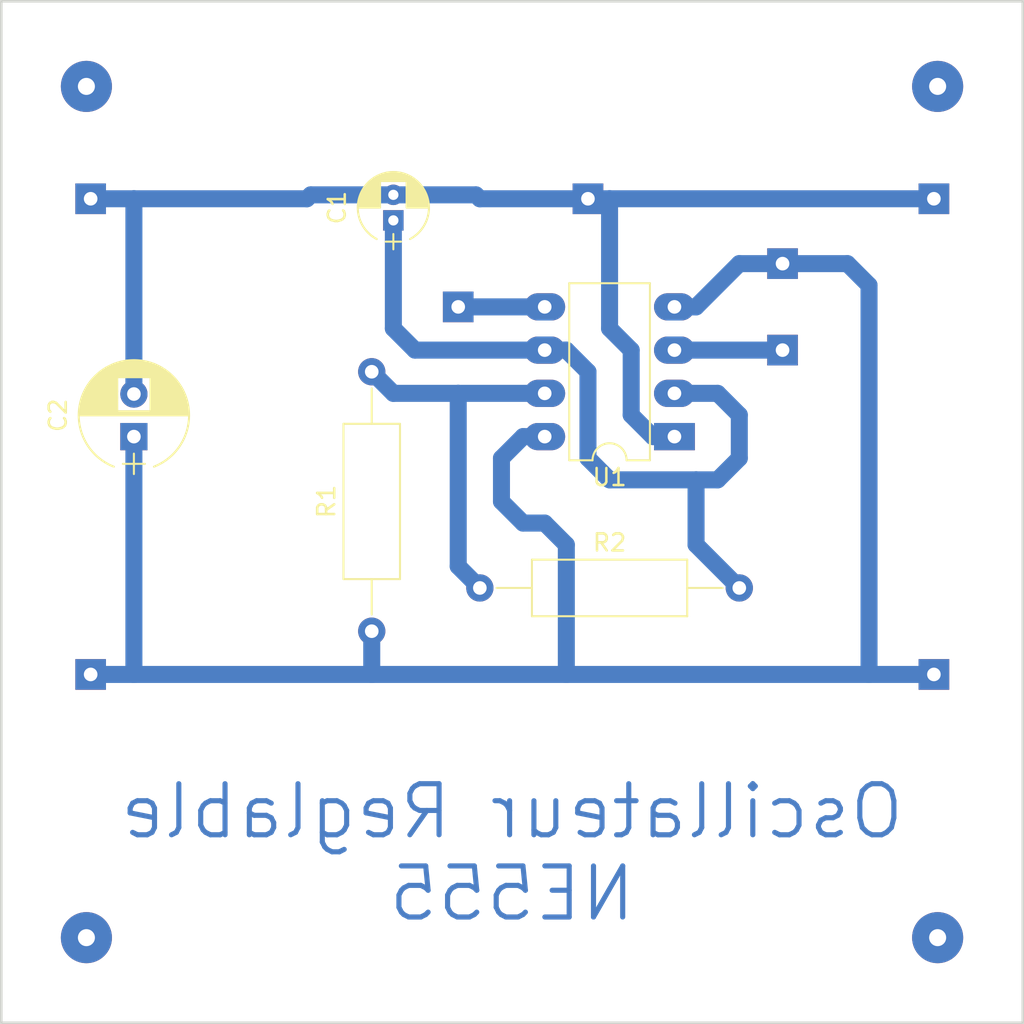
<source format=kicad_pcb>
(kicad_pcb (version 4) (host pcbnew 4.0.7)

  (general
    (links 18)
    (no_connects 0)
    (area 89.924999 89.924999 150.075001 150.075001)
    (thickness 1.6)
    (drawings 5)
    (tracks 57)
    (zones 0)
    (modules 17)
    (nets 7)
  )

  (page A4)
  (layers
    (0 F.Cu signal)
    (31 B.Cu signal)
    (32 B.Adhes user)
    (33 F.Adhes user)
    (34 B.Paste user)
    (35 F.Paste user)
    (36 B.SilkS user)
    (37 F.SilkS user)
    (38 B.Mask user)
    (39 F.Mask user)
    (40 Dwgs.User user)
    (41 Cmts.User user)
    (42 Eco1.User user)
    (43 Eco2.User user)
    (44 Edge.Cuts user)
    (45 Margin user)
    (46 B.CrtYd user)
    (47 F.CrtYd user)
    (48 B.Fab user)
    (49 F.Fab user)
  )

  (setup
    (last_trace_width 1)
    (user_trace_width 1)
    (trace_clearance 0.2)
    (zone_clearance 0.508)
    (zone_45_only no)
    (trace_min 0.2)
    (segment_width 0.2)
    (edge_width 0.15)
    (via_size 0.6)
    (via_drill 0.4)
    (via_min_size 0.4)
    (via_min_drill 0.3)
    (user_via 1.5 1)
    (uvia_size 0.3)
    (uvia_drill 0.1)
    (uvias_allowed no)
    (uvia_min_size 0.2)
    (uvia_min_drill 0.1)
    (pcb_text_width 0.3)
    (pcb_text_size 1.5 1.5)
    (mod_edge_width 0.15)
    (mod_text_size 1 1)
    (mod_text_width 0.15)
    (pad_size 1.524 1.524)
    (pad_drill 0.762)
    (pad_to_mask_clearance 0.2)
    (aux_axis_origin 0 0)
    (visible_elements FFFFFF7F)
    (pcbplotparams
      (layerselection 0x00030_80000001)
      (usegerberextensions false)
      (excludeedgelayer true)
      (linewidth 0.100000)
      (plotframeref false)
      (viasonmask false)
      (mode 1)
      (useauxorigin false)
      (hpglpennumber 1)
      (hpglpenspeed 20)
      (hpglpendiameter 15)
      (hpglpenoverlay 2)
      (psnegative false)
      (psa4output false)
      (plotreference true)
      (plotvalue true)
      (plotinvisibletext false)
      (padsonsilk false)
      (subtractmaskfromsilk false)
      (outputformat 4)
      (mirror false)
      (drillshape 0)
      (scaleselection 1)
      (outputdirectory C:/Users/PORTABLE/Documents/GitProjets/Fablab19-Alex-Eric-Chenillard-Projet/Kicad/Circuits-imprimés/Oscillateur-Variable/Gerber/))
  )

  (net 0 "")
  (net 1 "Net-(C1-Pad1)")
  (net 2 GND)
  (net 3 9V)
  (net 4 "Net-(J4-Pad1)")
  (net 5 "Net-(J7-Pad1)")
  (net 6 "Net-(R1-Pad2)")

  (net_class Default "Ceci est la Netclass par défaut"
    (clearance 0.2)
    (trace_width 0.25)
    (via_dia 0.6)
    (via_drill 0.4)
    (uvia_dia 0.3)
    (uvia_drill 0.1)
    (add_net 9V)
    (add_net GND)
    (add_net "Net-(C1-Pad1)")
    (add_net "Net-(J4-Pad1)")
    (add_net "Net-(J7-Pad1)")
    (add_net "Net-(R1-Pad2)")
  )

  (module Capacitors_THT:CP_Radial_D4.0mm_P1.50mm (layer F.Cu) (tedit 597BC7C2) (tstamp 5A80936D)
    (at 113.03 102.87 90)
    (descr "CP, Radial series, Radial, pin pitch=1.50mm, , diameter=4mm, Electrolytic Capacitor")
    (tags "CP Radial series Radial pin pitch 1.50mm  diameter 4mm Electrolytic Capacitor")
    (path /5A809756)
    (fp_text reference C1 (at 0.75 -3.31 90) (layer F.SilkS)
      (effects (font (size 1 1) (thickness 0.15)))
    )
    (fp_text value 10µF/25V (at 0.75 3.31 90) (layer F.Fab)
      (effects (font (size 1 1) (thickness 0.15)))
    )
    (fp_arc (start 0.75 0) (end -1.095996 -0.98) (angle 124.1) (layer F.SilkS) (width 0.12))
    (fp_arc (start 0.75 0) (end -1.095996 0.98) (angle -124.1) (layer F.SilkS) (width 0.12))
    (fp_arc (start 0.75 0) (end 2.595996 -0.98) (angle 55.9) (layer F.SilkS) (width 0.12))
    (fp_circle (center 0.75 0) (end 2.75 0) (layer F.Fab) (width 0.1))
    (fp_line (start -1.7 0) (end -0.8 0) (layer F.Fab) (width 0.1))
    (fp_line (start -1.25 -0.45) (end -1.25 0.45) (layer F.Fab) (width 0.1))
    (fp_line (start 0.75 0.78) (end 0.75 2.05) (layer F.SilkS) (width 0.12))
    (fp_line (start 0.75 -2.05) (end 0.75 -0.78) (layer F.SilkS) (width 0.12))
    (fp_line (start 0.79 -2.05) (end 0.79 -0.78) (layer F.SilkS) (width 0.12))
    (fp_line (start 0.79 0.78) (end 0.79 2.05) (layer F.SilkS) (width 0.12))
    (fp_line (start 0.83 -2.049) (end 0.83 -0.78) (layer F.SilkS) (width 0.12))
    (fp_line (start 0.83 0.78) (end 0.83 2.049) (layer F.SilkS) (width 0.12))
    (fp_line (start 0.87 -2.047) (end 0.87 -0.78) (layer F.SilkS) (width 0.12))
    (fp_line (start 0.87 0.78) (end 0.87 2.047) (layer F.SilkS) (width 0.12))
    (fp_line (start 0.91 -2.044) (end 0.91 -0.78) (layer F.SilkS) (width 0.12))
    (fp_line (start 0.91 0.78) (end 0.91 2.044) (layer F.SilkS) (width 0.12))
    (fp_line (start 0.95 -2.041) (end 0.95 -0.78) (layer F.SilkS) (width 0.12))
    (fp_line (start 0.95 0.78) (end 0.95 2.041) (layer F.SilkS) (width 0.12))
    (fp_line (start 0.99 -2.037) (end 0.99 -0.78) (layer F.SilkS) (width 0.12))
    (fp_line (start 0.99 0.78) (end 0.99 2.037) (layer F.SilkS) (width 0.12))
    (fp_line (start 1.03 -2.032) (end 1.03 -0.78) (layer F.SilkS) (width 0.12))
    (fp_line (start 1.03 0.78) (end 1.03 2.032) (layer F.SilkS) (width 0.12))
    (fp_line (start 1.07 -2.026) (end 1.07 -0.78) (layer F.SilkS) (width 0.12))
    (fp_line (start 1.07 0.78) (end 1.07 2.026) (layer F.SilkS) (width 0.12))
    (fp_line (start 1.11 -2.019) (end 1.11 -0.78) (layer F.SilkS) (width 0.12))
    (fp_line (start 1.11 0.78) (end 1.11 2.019) (layer F.SilkS) (width 0.12))
    (fp_line (start 1.15 -2.012) (end 1.15 -0.78) (layer F.SilkS) (width 0.12))
    (fp_line (start 1.15 0.78) (end 1.15 2.012) (layer F.SilkS) (width 0.12))
    (fp_line (start 1.19 -2.004) (end 1.19 -0.78) (layer F.SilkS) (width 0.12))
    (fp_line (start 1.19 0.78) (end 1.19 2.004) (layer F.SilkS) (width 0.12))
    (fp_line (start 1.23 -1.995) (end 1.23 -0.78) (layer F.SilkS) (width 0.12))
    (fp_line (start 1.23 0.78) (end 1.23 1.995) (layer F.SilkS) (width 0.12))
    (fp_line (start 1.27 -1.985) (end 1.27 -0.78) (layer F.SilkS) (width 0.12))
    (fp_line (start 1.27 0.78) (end 1.27 1.985) (layer F.SilkS) (width 0.12))
    (fp_line (start 1.31 -1.974) (end 1.31 -0.78) (layer F.SilkS) (width 0.12))
    (fp_line (start 1.31 0.78) (end 1.31 1.974) (layer F.SilkS) (width 0.12))
    (fp_line (start 1.35 -1.963) (end 1.35 -0.78) (layer F.SilkS) (width 0.12))
    (fp_line (start 1.35 0.78) (end 1.35 1.963) (layer F.SilkS) (width 0.12))
    (fp_line (start 1.39 -1.95) (end 1.39 -0.78) (layer F.SilkS) (width 0.12))
    (fp_line (start 1.39 0.78) (end 1.39 1.95) (layer F.SilkS) (width 0.12))
    (fp_line (start 1.43 -1.937) (end 1.43 -0.78) (layer F.SilkS) (width 0.12))
    (fp_line (start 1.43 0.78) (end 1.43 1.937) (layer F.SilkS) (width 0.12))
    (fp_line (start 1.471 -1.923) (end 1.471 -0.78) (layer F.SilkS) (width 0.12))
    (fp_line (start 1.471 0.78) (end 1.471 1.923) (layer F.SilkS) (width 0.12))
    (fp_line (start 1.511 -1.907) (end 1.511 -0.78) (layer F.SilkS) (width 0.12))
    (fp_line (start 1.511 0.78) (end 1.511 1.907) (layer F.SilkS) (width 0.12))
    (fp_line (start 1.551 -1.891) (end 1.551 -0.78) (layer F.SilkS) (width 0.12))
    (fp_line (start 1.551 0.78) (end 1.551 1.891) (layer F.SilkS) (width 0.12))
    (fp_line (start 1.591 -1.874) (end 1.591 -0.78) (layer F.SilkS) (width 0.12))
    (fp_line (start 1.591 0.78) (end 1.591 1.874) (layer F.SilkS) (width 0.12))
    (fp_line (start 1.631 -1.856) (end 1.631 -0.78) (layer F.SilkS) (width 0.12))
    (fp_line (start 1.631 0.78) (end 1.631 1.856) (layer F.SilkS) (width 0.12))
    (fp_line (start 1.671 -1.837) (end 1.671 -0.78) (layer F.SilkS) (width 0.12))
    (fp_line (start 1.671 0.78) (end 1.671 1.837) (layer F.SilkS) (width 0.12))
    (fp_line (start 1.711 -1.817) (end 1.711 -0.78) (layer F.SilkS) (width 0.12))
    (fp_line (start 1.711 0.78) (end 1.711 1.817) (layer F.SilkS) (width 0.12))
    (fp_line (start 1.751 -1.796) (end 1.751 -0.78) (layer F.SilkS) (width 0.12))
    (fp_line (start 1.751 0.78) (end 1.751 1.796) (layer F.SilkS) (width 0.12))
    (fp_line (start 1.791 -1.773) (end 1.791 -0.78) (layer F.SilkS) (width 0.12))
    (fp_line (start 1.791 0.78) (end 1.791 1.773) (layer F.SilkS) (width 0.12))
    (fp_line (start 1.831 -1.75) (end 1.831 -0.78) (layer F.SilkS) (width 0.12))
    (fp_line (start 1.831 0.78) (end 1.831 1.75) (layer F.SilkS) (width 0.12))
    (fp_line (start 1.871 -1.725) (end 1.871 -0.78) (layer F.SilkS) (width 0.12))
    (fp_line (start 1.871 0.78) (end 1.871 1.725) (layer F.SilkS) (width 0.12))
    (fp_line (start 1.911 -1.699) (end 1.911 -0.78) (layer F.SilkS) (width 0.12))
    (fp_line (start 1.911 0.78) (end 1.911 1.699) (layer F.SilkS) (width 0.12))
    (fp_line (start 1.951 -1.672) (end 1.951 -0.78) (layer F.SilkS) (width 0.12))
    (fp_line (start 1.951 0.78) (end 1.951 1.672) (layer F.SilkS) (width 0.12))
    (fp_line (start 1.991 -1.643) (end 1.991 -0.78) (layer F.SilkS) (width 0.12))
    (fp_line (start 1.991 0.78) (end 1.991 1.643) (layer F.SilkS) (width 0.12))
    (fp_line (start 2.031 -1.613) (end 2.031 -0.78) (layer F.SilkS) (width 0.12))
    (fp_line (start 2.031 0.78) (end 2.031 1.613) (layer F.SilkS) (width 0.12))
    (fp_line (start 2.071 -1.581) (end 2.071 -0.78) (layer F.SilkS) (width 0.12))
    (fp_line (start 2.071 0.78) (end 2.071 1.581) (layer F.SilkS) (width 0.12))
    (fp_line (start 2.111 -1.547) (end 2.111 -0.78) (layer F.SilkS) (width 0.12))
    (fp_line (start 2.111 0.78) (end 2.111 1.547) (layer F.SilkS) (width 0.12))
    (fp_line (start 2.151 -1.512) (end 2.151 -0.78) (layer F.SilkS) (width 0.12))
    (fp_line (start 2.151 0.78) (end 2.151 1.512) (layer F.SilkS) (width 0.12))
    (fp_line (start 2.191 -1.475) (end 2.191 -0.78) (layer F.SilkS) (width 0.12))
    (fp_line (start 2.191 0.78) (end 2.191 1.475) (layer F.SilkS) (width 0.12))
    (fp_line (start 2.231 -1.436) (end 2.231 -0.78) (layer F.SilkS) (width 0.12))
    (fp_line (start 2.231 0.78) (end 2.231 1.436) (layer F.SilkS) (width 0.12))
    (fp_line (start 2.271 -1.395) (end 2.271 -0.78) (layer F.SilkS) (width 0.12))
    (fp_line (start 2.271 0.78) (end 2.271 1.395) (layer F.SilkS) (width 0.12))
    (fp_line (start 2.311 -1.351) (end 2.311 1.351) (layer F.SilkS) (width 0.12))
    (fp_line (start 2.351 -1.305) (end 2.351 1.305) (layer F.SilkS) (width 0.12))
    (fp_line (start 2.391 -1.256) (end 2.391 1.256) (layer F.SilkS) (width 0.12))
    (fp_line (start 2.431 -1.204) (end 2.431 1.204) (layer F.SilkS) (width 0.12))
    (fp_line (start 2.471 -1.148) (end 2.471 1.148) (layer F.SilkS) (width 0.12))
    (fp_line (start 2.511 -1.088) (end 2.511 1.088) (layer F.SilkS) (width 0.12))
    (fp_line (start 2.551 -1.023) (end 2.551 1.023) (layer F.SilkS) (width 0.12))
    (fp_line (start 2.591 -0.952) (end 2.591 0.952) (layer F.SilkS) (width 0.12))
    (fp_line (start 2.631 -0.874) (end 2.631 0.874) (layer F.SilkS) (width 0.12))
    (fp_line (start 2.671 -0.786) (end 2.671 0.786) (layer F.SilkS) (width 0.12))
    (fp_line (start 2.711 -0.686) (end 2.711 0.686) (layer F.SilkS) (width 0.12))
    (fp_line (start 2.751 -0.567) (end 2.751 0.567) (layer F.SilkS) (width 0.12))
    (fp_line (start 2.791 -0.415) (end 2.791 0.415) (layer F.SilkS) (width 0.12))
    (fp_line (start 2.831 -0.165) (end 2.831 0.165) (layer F.SilkS) (width 0.12))
    (fp_line (start -1.7 0) (end -0.8 0) (layer F.SilkS) (width 0.12))
    (fp_line (start -1.25 -0.45) (end -1.25 0.45) (layer F.SilkS) (width 0.12))
    (fp_line (start -1.6 -2.35) (end -1.6 2.35) (layer F.CrtYd) (width 0.05))
    (fp_line (start -1.6 2.35) (end 3.1 2.35) (layer F.CrtYd) (width 0.05))
    (fp_line (start 3.1 2.35) (end 3.1 -2.35) (layer F.CrtYd) (width 0.05))
    (fp_line (start 3.1 -2.35) (end -1.6 -2.35) (layer F.CrtYd) (width 0.05))
    (fp_text user %R (at 0.75 0 90) (layer F.Fab)
      (effects (font (size 1 1) (thickness 0.15)))
    )
    (pad 1 thru_hole rect (at 0 0 90) (size 1.2 1.2) (drill 0.6) (layers *.Cu *.Mask)
      (net 1 "Net-(C1-Pad1)"))
    (pad 2 thru_hole circle (at 1.5 0 90) (size 1.2 1.2) (drill 0.6) (layers *.Cu *.Mask)
      (net 2 GND))
    (model ${KISYS3DMOD}/Capacitors_THT.3dshapes/CP_Radial_D4.0mm_P1.50mm.wrl
      (at (xyz 0 0 0))
      (scale (xyz 1 1 1))
      (rotate (xyz 0 0 0))
    )
  )

  (module Capacitors_THT:CP_Radial_D6.3mm_P2.50mm (layer F.Cu) (tedit 597BC7C2) (tstamp 5A809373)
    (at 97.79 115.57 90)
    (descr "CP, Radial series, Radial, pin pitch=2.50mm, , diameter=6.3mm, Electrolytic Capacitor")
    (tags "CP Radial series Radial pin pitch 2.50mm  diameter 6.3mm Electrolytic Capacitor")
    (path /5A809051)
    (fp_text reference C2 (at 1.25 -4.46 90) (layer F.SilkS)
      (effects (font (size 1 1) (thickness 0.15)))
    )
    (fp_text value 100µF/25V (at 1.25 4.46 90) (layer F.Fab)
      (effects (font (size 1 1) (thickness 0.15)))
    )
    (fp_arc (start 1.25 0) (end -1.767482 -1.18) (angle 137.3) (layer F.SilkS) (width 0.12))
    (fp_arc (start 1.25 0) (end -1.767482 1.18) (angle -137.3) (layer F.SilkS) (width 0.12))
    (fp_arc (start 1.25 0) (end 4.267482 -1.18) (angle 42.7) (layer F.SilkS) (width 0.12))
    (fp_circle (center 1.25 0) (end 4.4 0) (layer F.Fab) (width 0.1))
    (fp_line (start -2.2 0) (end -1 0) (layer F.Fab) (width 0.1))
    (fp_line (start -1.6 -0.65) (end -1.6 0.65) (layer F.Fab) (width 0.1))
    (fp_line (start 1.25 -3.2) (end 1.25 3.2) (layer F.SilkS) (width 0.12))
    (fp_line (start 1.29 -3.2) (end 1.29 3.2) (layer F.SilkS) (width 0.12))
    (fp_line (start 1.33 -3.2) (end 1.33 3.2) (layer F.SilkS) (width 0.12))
    (fp_line (start 1.37 -3.198) (end 1.37 3.198) (layer F.SilkS) (width 0.12))
    (fp_line (start 1.41 -3.197) (end 1.41 3.197) (layer F.SilkS) (width 0.12))
    (fp_line (start 1.45 -3.194) (end 1.45 3.194) (layer F.SilkS) (width 0.12))
    (fp_line (start 1.49 -3.192) (end 1.49 3.192) (layer F.SilkS) (width 0.12))
    (fp_line (start 1.53 -3.188) (end 1.53 -0.98) (layer F.SilkS) (width 0.12))
    (fp_line (start 1.53 0.98) (end 1.53 3.188) (layer F.SilkS) (width 0.12))
    (fp_line (start 1.57 -3.185) (end 1.57 -0.98) (layer F.SilkS) (width 0.12))
    (fp_line (start 1.57 0.98) (end 1.57 3.185) (layer F.SilkS) (width 0.12))
    (fp_line (start 1.61 -3.18) (end 1.61 -0.98) (layer F.SilkS) (width 0.12))
    (fp_line (start 1.61 0.98) (end 1.61 3.18) (layer F.SilkS) (width 0.12))
    (fp_line (start 1.65 -3.176) (end 1.65 -0.98) (layer F.SilkS) (width 0.12))
    (fp_line (start 1.65 0.98) (end 1.65 3.176) (layer F.SilkS) (width 0.12))
    (fp_line (start 1.69 -3.17) (end 1.69 -0.98) (layer F.SilkS) (width 0.12))
    (fp_line (start 1.69 0.98) (end 1.69 3.17) (layer F.SilkS) (width 0.12))
    (fp_line (start 1.73 -3.165) (end 1.73 -0.98) (layer F.SilkS) (width 0.12))
    (fp_line (start 1.73 0.98) (end 1.73 3.165) (layer F.SilkS) (width 0.12))
    (fp_line (start 1.77 -3.158) (end 1.77 -0.98) (layer F.SilkS) (width 0.12))
    (fp_line (start 1.77 0.98) (end 1.77 3.158) (layer F.SilkS) (width 0.12))
    (fp_line (start 1.81 -3.152) (end 1.81 -0.98) (layer F.SilkS) (width 0.12))
    (fp_line (start 1.81 0.98) (end 1.81 3.152) (layer F.SilkS) (width 0.12))
    (fp_line (start 1.85 -3.144) (end 1.85 -0.98) (layer F.SilkS) (width 0.12))
    (fp_line (start 1.85 0.98) (end 1.85 3.144) (layer F.SilkS) (width 0.12))
    (fp_line (start 1.89 -3.137) (end 1.89 -0.98) (layer F.SilkS) (width 0.12))
    (fp_line (start 1.89 0.98) (end 1.89 3.137) (layer F.SilkS) (width 0.12))
    (fp_line (start 1.93 -3.128) (end 1.93 -0.98) (layer F.SilkS) (width 0.12))
    (fp_line (start 1.93 0.98) (end 1.93 3.128) (layer F.SilkS) (width 0.12))
    (fp_line (start 1.971 -3.119) (end 1.971 -0.98) (layer F.SilkS) (width 0.12))
    (fp_line (start 1.971 0.98) (end 1.971 3.119) (layer F.SilkS) (width 0.12))
    (fp_line (start 2.011 -3.11) (end 2.011 -0.98) (layer F.SilkS) (width 0.12))
    (fp_line (start 2.011 0.98) (end 2.011 3.11) (layer F.SilkS) (width 0.12))
    (fp_line (start 2.051 -3.1) (end 2.051 -0.98) (layer F.SilkS) (width 0.12))
    (fp_line (start 2.051 0.98) (end 2.051 3.1) (layer F.SilkS) (width 0.12))
    (fp_line (start 2.091 -3.09) (end 2.091 -0.98) (layer F.SilkS) (width 0.12))
    (fp_line (start 2.091 0.98) (end 2.091 3.09) (layer F.SilkS) (width 0.12))
    (fp_line (start 2.131 -3.079) (end 2.131 -0.98) (layer F.SilkS) (width 0.12))
    (fp_line (start 2.131 0.98) (end 2.131 3.079) (layer F.SilkS) (width 0.12))
    (fp_line (start 2.171 -3.067) (end 2.171 -0.98) (layer F.SilkS) (width 0.12))
    (fp_line (start 2.171 0.98) (end 2.171 3.067) (layer F.SilkS) (width 0.12))
    (fp_line (start 2.211 -3.055) (end 2.211 -0.98) (layer F.SilkS) (width 0.12))
    (fp_line (start 2.211 0.98) (end 2.211 3.055) (layer F.SilkS) (width 0.12))
    (fp_line (start 2.251 -3.042) (end 2.251 -0.98) (layer F.SilkS) (width 0.12))
    (fp_line (start 2.251 0.98) (end 2.251 3.042) (layer F.SilkS) (width 0.12))
    (fp_line (start 2.291 -3.029) (end 2.291 -0.98) (layer F.SilkS) (width 0.12))
    (fp_line (start 2.291 0.98) (end 2.291 3.029) (layer F.SilkS) (width 0.12))
    (fp_line (start 2.331 -3.015) (end 2.331 -0.98) (layer F.SilkS) (width 0.12))
    (fp_line (start 2.331 0.98) (end 2.331 3.015) (layer F.SilkS) (width 0.12))
    (fp_line (start 2.371 -3.001) (end 2.371 -0.98) (layer F.SilkS) (width 0.12))
    (fp_line (start 2.371 0.98) (end 2.371 3.001) (layer F.SilkS) (width 0.12))
    (fp_line (start 2.411 -2.986) (end 2.411 -0.98) (layer F.SilkS) (width 0.12))
    (fp_line (start 2.411 0.98) (end 2.411 2.986) (layer F.SilkS) (width 0.12))
    (fp_line (start 2.451 -2.97) (end 2.451 -0.98) (layer F.SilkS) (width 0.12))
    (fp_line (start 2.451 0.98) (end 2.451 2.97) (layer F.SilkS) (width 0.12))
    (fp_line (start 2.491 -2.954) (end 2.491 -0.98) (layer F.SilkS) (width 0.12))
    (fp_line (start 2.491 0.98) (end 2.491 2.954) (layer F.SilkS) (width 0.12))
    (fp_line (start 2.531 -2.937) (end 2.531 -0.98) (layer F.SilkS) (width 0.12))
    (fp_line (start 2.531 0.98) (end 2.531 2.937) (layer F.SilkS) (width 0.12))
    (fp_line (start 2.571 -2.919) (end 2.571 -0.98) (layer F.SilkS) (width 0.12))
    (fp_line (start 2.571 0.98) (end 2.571 2.919) (layer F.SilkS) (width 0.12))
    (fp_line (start 2.611 -2.901) (end 2.611 -0.98) (layer F.SilkS) (width 0.12))
    (fp_line (start 2.611 0.98) (end 2.611 2.901) (layer F.SilkS) (width 0.12))
    (fp_line (start 2.651 -2.882) (end 2.651 -0.98) (layer F.SilkS) (width 0.12))
    (fp_line (start 2.651 0.98) (end 2.651 2.882) (layer F.SilkS) (width 0.12))
    (fp_line (start 2.691 -2.863) (end 2.691 -0.98) (layer F.SilkS) (width 0.12))
    (fp_line (start 2.691 0.98) (end 2.691 2.863) (layer F.SilkS) (width 0.12))
    (fp_line (start 2.731 -2.843) (end 2.731 -0.98) (layer F.SilkS) (width 0.12))
    (fp_line (start 2.731 0.98) (end 2.731 2.843) (layer F.SilkS) (width 0.12))
    (fp_line (start 2.771 -2.822) (end 2.771 -0.98) (layer F.SilkS) (width 0.12))
    (fp_line (start 2.771 0.98) (end 2.771 2.822) (layer F.SilkS) (width 0.12))
    (fp_line (start 2.811 -2.8) (end 2.811 -0.98) (layer F.SilkS) (width 0.12))
    (fp_line (start 2.811 0.98) (end 2.811 2.8) (layer F.SilkS) (width 0.12))
    (fp_line (start 2.851 -2.778) (end 2.851 -0.98) (layer F.SilkS) (width 0.12))
    (fp_line (start 2.851 0.98) (end 2.851 2.778) (layer F.SilkS) (width 0.12))
    (fp_line (start 2.891 -2.755) (end 2.891 -0.98) (layer F.SilkS) (width 0.12))
    (fp_line (start 2.891 0.98) (end 2.891 2.755) (layer F.SilkS) (width 0.12))
    (fp_line (start 2.931 -2.731) (end 2.931 -0.98) (layer F.SilkS) (width 0.12))
    (fp_line (start 2.931 0.98) (end 2.931 2.731) (layer F.SilkS) (width 0.12))
    (fp_line (start 2.971 -2.706) (end 2.971 -0.98) (layer F.SilkS) (width 0.12))
    (fp_line (start 2.971 0.98) (end 2.971 2.706) (layer F.SilkS) (width 0.12))
    (fp_line (start 3.011 -2.681) (end 3.011 -0.98) (layer F.SilkS) (width 0.12))
    (fp_line (start 3.011 0.98) (end 3.011 2.681) (layer F.SilkS) (width 0.12))
    (fp_line (start 3.051 -2.654) (end 3.051 -0.98) (layer F.SilkS) (width 0.12))
    (fp_line (start 3.051 0.98) (end 3.051 2.654) (layer F.SilkS) (width 0.12))
    (fp_line (start 3.091 -2.627) (end 3.091 -0.98) (layer F.SilkS) (width 0.12))
    (fp_line (start 3.091 0.98) (end 3.091 2.627) (layer F.SilkS) (width 0.12))
    (fp_line (start 3.131 -2.599) (end 3.131 -0.98) (layer F.SilkS) (width 0.12))
    (fp_line (start 3.131 0.98) (end 3.131 2.599) (layer F.SilkS) (width 0.12))
    (fp_line (start 3.171 -2.57) (end 3.171 -0.98) (layer F.SilkS) (width 0.12))
    (fp_line (start 3.171 0.98) (end 3.171 2.57) (layer F.SilkS) (width 0.12))
    (fp_line (start 3.211 -2.54) (end 3.211 -0.98) (layer F.SilkS) (width 0.12))
    (fp_line (start 3.211 0.98) (end 3.211 2.54) (layer F.SilkS) (width 0.12))
    (fp_line (start 3.251 -2.51) (end 3.251 -0.98) (layer F.SilkS) (width 0.12))
    (fp_line (start 3.251 0.98) (end 3.251 2.51) (layer F.SilkS) (width 0.12))
    (fp_line (start 3.291 -2.478) (end 3.291 -0.98) (layer F.SilkS) (width 0.12))
    (fp_line (start 3.291 0.98) (end 3.291 2.478) (layer F.SilkS) (width 0.12))
    (fp_line (start 3.331 -2.445) (end 3.331 -0.98) (layer F.SilkS) (width 0.12))
    (fp_line (start 3.331 0.98) (end 3.331 2.445) (layer F.SilkS) (width 0.12))
    (fp_line (start 3.371 -2.411) (end 3.371 -0.98) (layer F.SilkS) (width 0.12))
    (fp_line (start 3.371 0.98) (end 3.371 2.411) (layer F.SilkS) (width 0.12))
    (fp_line (start 3.411 -2.375) (end 3.411 -0.98) (layer F.SilkS) (width 0.12))
    (fp_line (start 3.411 0.98) (end 3.411 2.375) (layer F.SilkS) (width 0.12))
    (fp_line (start 3.451 -2.339) (end 3.451 -0.98) (layer F.SilkS) (width 0.12))
    (fp_line (start 3.451 0.98) (end 3.451 2.339) (layer F.SilkS) (width 0.12))
    (fp_line (start 3.491 -2.301) (end 3.491 2.301) (layer F.SilkS) (width 0.12))
    (fp_line (start 3.531 -2.262) (end 3.531 2.262) (layer F.SilkS) (width 0.12))
    (fp_line (start 3.571 -2.222) (end 3.571 2.222) (layer F.SilkS) (width 0.12))
    (fp_line (start 3.611 -2.18) (end 3.611 2.18) (layer F.SilkS) (width 0.12))
    (fp_line (start 3.651 -2.137) (end 3.651 2.137) (layer F.SilkS) (width 0.12))
    (fp_line (start 3.691 -2.092) (end 3.691 2.092) (layer F.SilkS) (width 0.12))
    (fp_line (start 3.731 -2.045) (end 3.731 2.045) (layer F.SilkS) (width 0.12))
    (fp_line (start 3.771 -1.997) (end 3.771 1.997) (layer F.SilkS) (width 0.12))
    (fp_line (start 3.811 -1.946) (end 3.811 1.946) (layer F.SilkS) (width 0.12))
    (fp_line (start 3.851 -1.894) (end 3.851 1.894) (layer F.SilkS) (width 0.12))
    (fp_line (start 3.891 -1.839) (end 3.891 1.839) (layer F.SilkS) (width 0.12))
    (fp_line (start 3.931 -1.781) (end 3.931 1.781) (layer F.SilkS) (width 0.12))
    (fp_line (start 3.971 -1.721) (end 3.971 1.721) (layer F.SilkS) (width 0.12))
    (fp_line (start 4.011 -1.658) (end 4.011 1.658) (layer F.SilkS) (width 0.12))
    (fp_line (start 4.051 -1.591) (end 4.051 1.591) (layer F.SilkS) (width 0.12))
    (fp_line (start 4.091 -1.52) (end 4.091 1.52) (layer F.SilkS) (width 0.12))
    (fp_line (start 4.131 -1.445) (end 4.131 1.445) (layer F.SilkS) (width 0.12))
    (fp_line (start 4.171 -1.364) (end 4.171 1.364) (layer F.SilkS) (width 0.12))
    (fp_line (start 4.211 -1.278) (end 4.211 1.278) (layer F.SilkS) (width 0.12))
    (fp_line (start 4.251 -1.184) (end 4.251 1.184) (layer F.SilkS) (width 0.12))
    (fp_line (start 4.291 -1.081) (end 4.291 1.081) (layer F.SilkS) (width 0.12))
    (fp_line (start 4.331 -0.966) (end 4.331 0.966) (layer F.SilkS) (width 0.12))
    (fp_line (start 4.371 -0.834) (end 4.371 0.834) (layer F.SilkS) (width 0.12))
    (fp_line (start 4.411 -0.676) (end 4.411 0.676) (layer F.SilkS) (width 0.12))
    (fp_line (start 4.451 -0.468) (end 4.451 0.468) (layer F.SilkS) (width 0.12))
    (fp_line (start -2.2 0) (end -1 0) (layer F.SilkS) (width 0.12))
    (fp_line (start -1.6 -0.65) (end -1.6 0.65) (layer F.SilkS) (width 0.12))
    (fp_line (start -2.25 -3.5) (end -2.25 3.5) (layer F.CrtYd) (width 0.05))
    (fp_line (start -2.25 3.5) (end 4.75 3.5) (layer F.CrtYd) (width 0.05))
    (fp_line (start 4.75 3.5) (end 4.75 -3.5) (layer F.CrtYd) (width 0.05))
    (fp_line (start 4.75 -3.5) (end -2.25 -3.5) (layer F.CrtYd) (width 0.05))
    (fp_text user %R (at 1.25 0 90) (layer F.Fab)
      (effects (font (size 1 1) (thickness 0.15)))
    )
    (pad 1 thru_hole rect (at 0 0 90) (size 1.6 1.6) (drill 0.8) (layers *.Cu *.Mask)
      (net 3 9V))
    (pad 2 thru_hole circle (at 2.5 0 90) (size 1.6 1.6) (drill 0.8) (layers *.Cu *.Mask)
      (net 2 GND))
    (model ${KISYS3DMOD}/Capacitors_THT.3dshapes/CP_Radial_D6.3mm_P2.50mm.wrl
      (at (xyz 0 0 0))
      (scale (xyz 1 1 1))
      (rotate (xyz 0 0 0))
    )
  )

  (module Raccordement-Filaires:Connect-1pin (layer F.Cu) (tedit 5A7F5971) (tstamp 5A809378)
    (at 95.25 129.54)
    (path /5A808F92)
    (fp_text reference J1 (at 0 2.54) (layer F.SilkS) hide
      (effects (font (size 1 1) (thickness 0.15)))
    )
    (fp_text value Conn_01x01 (at 0 -2.54) (layer F.Fab) hide
      (effects (font (size 1 1) (thickness 0.15)))
    )
    (pad 1 thru_hole rect (at 0 0) (size 1.8 1.8) (drill 0.8) (layers *.Cu *.Mask)
      (net 3 9V))
  )

  (module Raccordement-Filaires:Connect-1pin (layer F.Cu) (tedit 5A7F5971) (tstamp 5A80937D)
    (at 95.25 101.6)
    (path /5A809029)
    (fp_text reference J2 (at 0 2.54) (layer F.SilkS) hide
      (effects (font (size 1 1) (thickness 0.15)))
    )
    (fp_text value Conn_01x01 (at 0 -2.54) (layer F.Fab) hide
      (effects (font (size 1 1) (thickness 0.15)))
    )
    (pad 1 thru_hole rect (at 0 0) (size 1.8 1.8) (drill 0.8) (layers *.Cu *.Mask)
      (net 2 GND))
  )

  (module Raccordement-Filaires:Connect-1pin (layer F.Cu) (tedit 5A7F5971) (tstamp 5A809382)
    (at 135.89 105.41)
    (path /5A8092F9)
    (fp_text reference J3 (at 0 2.54) (layer F.SilkS) hide
      (effects (font (size 1 1) (thickness 0.15)))
    )
    (fp_text value Conn_01x01 (at 0 -2.54) (layer F.Fab) hide
      (effects (font (size 1 1) (thickness 0.15)))
    )
    (pad 1 thru_hole rect (at 0 0) (size 1.8 1.8) (drill 0.8) (layers *.Cu *.Mask)
      (net 3 9V))
  )

  (module Raccordement-Filaires:Connect-1pin (layer F.Cu) (tedit 5A7F5971) (tstamp 5A809387)
    (at 116.84 107.95)
    (path /5A80932D)
    (fp_text reference J4 (at 0 2.54) (layer F.SilkS) hide
      (effects (font (size 1 1) (thickness 0.15)))
    )
    (fp_text value Conn_01x01 (at 0 -2.54) (layer F.Fab) hide
      (effects (font (size 1 1) (thickness 0.15)))
    )
    (pad 1 thru_hole rect (at 0 0) (size 1.8 1.8) (drill 0.8) (layers *.Cu *.Mask)
      (net 4 "Net-(J4-Pad1)"))
  )

  (module Raccordement-Filaires:Connect-1pin (layer F.Cu) (tedit 5A7F5971) (tstamp 5A80938C)
    (at 144.78 101.6)
    (path /5A80935A)
    (fp_text reference J5 (at 0 2.54) (layer F.SilkS) hide
      (effects (font (size 1 1) (thickness 0.15)))
    )
    (fp_text value Conn_01x01 (at 0 -2.54) (layer F.Fab) hide
      (effects (font (size 1 1) (thickness 0.15)))
    )
    (pad 1 thru_hole rect (at 0 0) (size 1.8 1.8) (drill 0.8) (layers *.Cu *.Mask)
      (net 2 GND))
  )

  (module Raccordement-Filaires:Connect-1pin (layer F.Cu) (tedit 5A7F5971) (tstamp 5A809391)
    (at 144.78 129.54)
    (path /5A8091E4)
    (fp_text reference J6 (at 0 2.54) (layer F.SilkS) hide
      (effects (font (size 1 1) (thickness 0.15)))
    )
    (fp_text value Conn_01x01 (at 0 -2.54) (layer F.Fab) hide
      (effects (font (size 1 1) (thickness 0.15)))
    )
    (pad 1 thru_hole rect (at 0 0) (size 1.8 1.8) (drill 0.8) (layers *.Cu *.Mask)
      (net 3 9V))
  )

  (module Raccordement-Filaires:Connect-1pin (layer F.Cu) (tedit 5A7F5971) (tstamp 5A809396)
    (at 135.89 110.49)
    (path /5A80925B)
    (fp_text reference J7 (at 0 2.54) (layer F.SilkS) hide
      (effects (font (size 1 1) (thickness 0.15)))
    )
    (fp_text value Conn_01x01 (at 0 -2.54) (layer F.Fab) hide
      (effects (font (size 1 1) (thickness 0.15)))
    )
    (pad 1 thru_hole rect (at 0 0) (size 1.8 1.8) (drill 0.8) (layers *.Cu *.Mask)
      (net 5 "Net-(J7-Pad1)"))
  )

  (module Raccordement-Filaires:Connect-1pin (layer F.Cu) (tedit 5A7F5971) (tstamp 5A80939B)
    (at 124.46 101.6)
    (path /5A809299)
    (fp_text reference J8 (at 0 2.54) (layer F.SilkS) hide
      (effects (font (size 1 1) (thickness 0.15)))
    )
    (fp_text value Conn_01x01 (at 0 -2.54) (layer F.Fab) hide
      (effects (font (size 1 1) (thickness 0.15)))
    )
    (pad 1 thru_hole rect (at 0 0) (size 1.8 1.8) (drill 0.8) (layers *.Cu *.Mask)
      (net 2 GND))
  )

  (module Resistors_THT:R_Axial_DIN0309_L9.0mm_D3.2mm_P15.24mm_Horizontal (layer F.Cu) (tedit 5874F706) (tstamp 5A8093A1)
    (at 111.76 127 90)
    (descr "Resistor, Axial_DIN0309 series, Axial, Horizontal, pin pitch=15.24mm, 0.5W = 1/2W, length*diameter=9*3.2mm^2, http://cdn-reichelt.de/documents/datenblatt/B400/1_4W%23YAG.pdf")
    (tags "Resistor Axial_DIN0309 series Axial Horizontal pin pitch 15.24mm 0.5W = 1/2W length 9mm diameter 3.2mm")
    (path /5A8095A2)
    (fp_text reference R1 (at 7.62 -2.66 90) (layer F.SilkS)
      (effects (font (size 1 1) (thickness 0.15)))
    )
    (fp_text value 47K (at 7.62 2.66 90) (layer F.Fab)
      (effects (font (size 1 1) (thickness 0.15)))
    )
    (fp_line (start 3.12 -1.6) (end 3.12 1.6) (layer F.Fab) (width 0.1))
    (fp_line (start 3.12 1.6) (end 12.12 1.6) (layer F.Fab) (width 0.1))
    (fp_line (start 12.12 1.6) (end 12.12 -1.6) (layer F.Fab) (width 0.1))
    (fp_line (start 12.12 -1.6) (end 3.12 -1.6) (layer F.Fab) (width 0.1))
    (fp_line (start 0 0) (end 3.12 0) (layer F.Fab) (width 0.1))
    (fp_line (start 15.24 0) (end 12.12 0) (layer F.Fab) (width 0.1))
    (fp_line (start 3.06 -1.66) (end 3.06 1.66) (layer F.SilkS) (width 0.12))
    (fp_line (start 3.06 1.66) (end 12.18 1.66) (layer F.SilkS) (width 0.12))
    (fp_line (start 12.18 1.66) (end 12.18 -1.66) (layer F.SilkS) (width 0.12))
    (fp_line (start 12.18 -1.66) (end 3.06 -1.66) (layer F.SilkS) (width 0.12))
    (fp_line (start 0.98 0) (end 3.06 0) (layer F.SilkS) (width 0.12))
    (fp_line (start 14.26 0) (end 12.18 0) (layer F.SilkS) (width 0.12))
    (fp_line (start -1.05 -1.95) (end -1.05 1.95) (layer F.CrtYd) (width 0.05))
    (fp_line (start -1.05 1.95) (end 16.3 1.95) (layer F.CrtYd) (width 0.05))
    (fp_line (start 16.3 1.95) (end 16.3 -1.95) (layer F.CrtYd) (width 0.05))
    (fp_line (start 16.3 -1.95) (end -1.05 -1.95) (layer F.CrtYd) (width 0.05))
    (pad 1 thru_hole circle (at 0 0 90) (size 1.6 1.6) (drill 0.8) (layers *.Cu *.Mask)
      (net 3 9V))
    (pad 2 thru_hole oval (at 15.24 0 90) (size 1.6 1.6) (drill 0.8) (layers *.Cu *.Mask)
      (net 6 "Net-(R1-Pad2)"))
    (model ${KISYS3DMOD}/Resistors_THT.3dshapes/R_Axial_DIN0309_L9.0mm_D3.2mm_P15.24mm_Horizontal.wrl
      (at (xyz 0 0 0))
      (scale (xyz 0.393701 0.393701 0.393701))
      (rotate (xyz 0 0 0))
    )
  )

  (module Resistors_THT:R_Axial_DIN0309_L9.0mm_D3.2mm_P15.24mm_Horizontal (layer F.Cu) (tedit 5874F706) (tstamp 5A8093A7)
    (at 118.11 124.46)
    (descr "Resistor, Axial_DIN0309 series, Axial, Horizontal, pin pitch=15.24mm, 0.5W = 1/2W, length*diameter=9*3.2mm^2, http://cdn-reichelt.de/documents/datenblatt/B400/1_4W%23YAG.pdf")
    (tags "Resistor Axial_DIN0309 series Axial Horizontal pin pitch 15.24mm 0.5W = 1/2W length 9mm diameter 3.2mm")
    (path /5A8096A6)
    (fp_text reference R2 (at 7.62 -2.66) (layer F.SilkS)
      (effects (font (size 1 1) (thickness 0.15)))
    )
    (fp_text value 56K (at 7.62 2.66) (layer F.Fab)
      (effects (font (size 1 1) (thickness 0.15)))
    )
    (fp_line (start 3.12 -1.6) (end 3.12 1.6) (layer F.Fab) (width 0.1))
    (fp_line (start 3.12 1.6) (end 12.12 1.6) (layer F.Fab) (width 0.1))
    (fp_line (start 12.12 1.6) (end 12.12 -1.6) (layer F.Fab) (width 0.1))
    (fp_line (start 12.12 -1.6) (end 3.12 -1.6) (layer F.Fab) (width 0.1))
    (fp_line (start 0 0) (end 3.12 0) (layer F.Fab) (width 0.1))
    (fp_line (start 15.24 0) (end 12.12 0) (layer F.Fab) (width 0.1))
    (fp_line (start 3.06 -1.66) (end 3.06 1.66) (layer F.SilkS) (width 0.12))
    (fp_line (start 3.06 1.66) (end 12.18 1.66) (layer F.SilkS) (width 0.12))
    (fp_line (start 12.18 1.66) (end 12.18 -1.66) (layer F.SilkS) (width 0.12))
    (fp_line (start 12.18 -1.66) (end 3.06 -1.66) (layer F.SilkS) (width 0.12))
    (fp_line (start 0.98 0) (end 3.06 0) (layer F.SilkS) (width 0.12))
    (fp_line (start 14.26 0) (end 12.18 0) (layer F.SilkS) (width 0.12))
    (fp_line (start -1.05 -1.95) (end -1.05 1.95) (layer F.CrtYd) (width 0.05))
    (fp_line (start -1.05 1.95) (end 16.3 1.95) (layer F.CrtYd) (width 0.05))
    (fp_line (start 16.3 1.95) (end 16.3 -1.95) (layer F.CrtYd) (width 0.05))
    (fp_line (start 16.3 -1.95) (end -1.05 -1.95) (layer F.CrtYd) (width 0.05))
    (pad 1 thru_hole circle (at 0 0) (size 1.6 1.6) (drill 0.8) (layers *.Cu *.Mask)
      (net 6 "Net-(R1-Pad2)"))
    (pad 2 thru_hole oval (at 15.24 0) (size 1.6 1.6) (drill 0.8) (layers *.Cu *.Mask)
      (net 1 "Net-(C1-Pad1)"))
    (model ${KISYS3DMOD}/Resistors_THT.3dshapes/R_Axial_DIN0309_L9.0mm_D3.2mm_P15.24mm_Horizontal.wrl
      (at (xyz 0 0 0))
      (scale (xyz 0.393701 0.393701 0.393701))
      (rotate (xyz 0 0 0))
    )
  )

  (module Housings_DIP:DIP-8_W7.62mm_LongPads (layer F.Cu) (tedit 58CC8E33) (tstamp 5A8093B3)
    (at 129.54 115.57 180)
    (descr "8-lead dip package, row spacing 7.62 mm (300 mils), LongPads")
    (tags "DIL DIP PDIP 2.54mm 7.62mm 300mil LongPads")
    (path /5A809181)
    (fp_text reference U1 (at 3.81 -2.39 180) (layer F.SilkS)
      (effects (font (size 1 1) (thickness 0.15)))
    )
    (fp_text value NE555 (at 3.81 10.01 180) (layer F.Fab)
      (effects (font (size 1 1) (thickness 0.15)))
    )
    (fp_text user %R (at 3.81 3.81 180) (layer F.Fab)
      (effects (font (size 1 1) (thickness 0.15)))
    )
    (fp_line (start 1.635 -1.27) (end 6.985 -1.27) (layer F.Fab) (width 0.1))
    (fp_line (start 6.985 -1.27) (end 6.985 8.89) (layer F.Fab) (width 0.1))
    (fp_line (start 6.985 8.89) (end 0.635 8.89) (layer F.Fab) (width 0.1))
    (fp_line (start 0.635 8.89) (end 0.635 -0.27) (layer F.Fab) (width 0.1))
    (fp_line (start 0.635 -0.27) (end 1.635 -1.27) (layer F.Fab) (width 0.1))
    (fp_line (start 2.81 -1.39) (end 1.44 -1.39) (layer F.SilkS) (width 0.12))
    (fp_line (start 1.44 -1.39) (end 1.44 9.01) (layer F.SilkS) (width 0.12))
    (fp_line (start 1.44 9.01) (end 6.18 9.01) (layer F.SilkS) (width 0.12))
    (fp_line (start 6.18 9.01) (end 6.18 -1.39) (layer F.SilkS) (width 0.12))
    (fp_line (start 6.18 -1.39) (end 4.81 -1.39) (layer F.SilkS) (width 0.12))
    (fp_line (start -1.5 -1.6) (end -1.5 9.2) (layer F.CrtYd) (width 0.05))
    (fp_line (start -1.5 9.2) (end 9.1 9.2) (layer F.CrtYd) (width 0.05))
    (fp_line (start 9.1 9.2) (end 9.1 -1.6) (layer F.CrtYd) (width 0.05))
    (fp_line (start 9.1 -1.6) (end -1.5 -1.6) (layer F.CrtYd) (width 0.05))
    (fp_arc (start 3.81 -1.39) (end 2.81 -1.39) (angle -180) (layer F.SilkS) (width 0.12))
    (pad 1 thru_hole rect (at 0 0 180) (size 2.4 1.6) (drill 0.8) (layers *.Cu *.Mask)
      (net 2 GND))
    (pad 5 thru_hole oval (at 7.62 7.62 180) (size 2.4 1.6) (drill 0.8) (layers *.Cu *.Mask)
      (net 4 "Net-(J4-Pad1)"))
    (pad 2 thru_hole oval (at 0 2.54 180) (size 2.4 1.6) (drill 0.8) (layers *.Cu *.Mask)
      (net 1 "Net-(C1-Pad1)"))
    (pad 6 thru_hole oval (at 7.62 5.08 180) (size 2.4 1.6) (drill 0.8) (layers *.Cu *.Mask)
      (net 1 "Net-(C1-Pad1)"))
    (pad 3 thru_hole oval (at 0 5.08 180) (size 2.4 1.6) (drill 0.8) (layers *.Cu *.Mask)
      (net 5 "Net-(J7-Pad1)"))
    (pad 7 thru_hole oval (at 7.62 2.54 180) (size 2.4 1.6) (drill 0.8) (layers *.Cu *.Mask)
      (net 6 "Net-(R1-Pad2)"))
    (pad 4 thru_hole oval (at 0 7.62 180) (size 2.4 1.6) (drill 0.8) (layers *.Cu *.Mask)
      (net 3 9V))
    (pad 8 thru_hole oval (at 7.62 0 180) (size 2.4 1.6) (drill 0.8) (layers *.Cu *.Mask)
      (net 3 9V))
    (model ${KISYS3DMOD}/Housings_DIP.3dshapes/DIP-8_W7.62mm_LongPads.wrl
      (at (xyz 0 0 0))
      (scale (xyz 1 1 1))
      (rotate (xyz 0 0 0))
    )
  )

  (module Visserie-Trous-Modules:M3-Hole (layer F.Cu) (tedit 5A7F5D47) (tstamp 5A80968B)
    (at 95 95)
    (fp_text reference REF** (at 0 2.54) (layer F.SilkS) hide
      (effects (font (size 1 1) (thickness 0.15)))
    )
    (fp_text value M3-Hole (at 0.635 -2.54) (layer F.Fab) hide
      (effects (font (size 1 1) (thickness 0.15)))
    )
    (pad 1 thru_hole circle (at 0 0) (size 3 3) (drill 1) (layers *.Cu *.Mask))
  )

  (module Visserie-Trous-Modules:M3-Hole (layer F.Cu) (tedit 5A7F5D47) (tstamp 5A80968F)
    (at 145 95)
    (fp_text reference REF** (at 0 2.54) (layer F.SilkS) hide
      (effects (font (size 1 1) (thickness 0.15)))
    )
    (fp_text value M3-Hole (at 0.635 -2.54) (layer F.Fab) hide
      (effects (font (size 1 1) (thickness 0.15)))
    )
    (pad 1 thru_hole circle (at 0 0) (size 3 3) (drill 1) (layers *.Cu *.Mask))
  )

  (module Visserie-Trous-Modules:M3-Hole (layer F.Cu) (tedit 5A7F5D47) (tstamp 5A809692)
    (at 145 145)
    (fp_text reference REF** (at 0 2.54) (layer F.SilkS) hide
      (effects (font (size 1 1) (thickness 0.15)))
    )
    (fp_text value M3-Hole (at 0.635 -2.54) (layer F.Fab) hide
      (effects (font (size 1 1) (thickness 0.15)))
    )
    (pad 1 thru_hole circle (at 0 0) (size 3 3) (drill 1) (layers *.Cu *.Mask))
  )

  (module Visserie-Trous-Modules:M3-Hole (layer F.Cu) (tedit 5A7F5D47) (tstamp 5A809695)
    (at 95 145)
    (fp_text reference REF** (at 0 2.54) (layer F.SilkS) hide
      (effects (font (size 1 1) (thickness 0.15)))
    )
    (fp_text value M3-Hole (at 0.635 -2.54) (layer F.Fab) hide
      (effects (font (size 1 1) (thickness 0.15)))
    )
    (pad 1 thru_hole circle (at 0 0) (size 3 3) (drill 1) (layers *.Cu *.Mask))
  )

  (gr_text "Oscillateur Reglable\nNE555" (at 120 140) (layer B.Cu)
    (effects (font (size 3 3) (thickness 0.3)) (justify mirror))
  )
  (gr_line (start 90 150) (end 90 90) (angle 90) (layer Edge.Cuts) (width 0.15))
  (gr_line (start 150 150) (end 90 150) (angle 90) (layer Edge.Cuts) (width 0.15))
  (gr_line (start 150 90) (end 150 150) (angle 90) (layer Edge.Cuts) (width 0.15))
  (gr_line (start 90 90) (end 150 90) (angle 90) (layer Edge.Cuts) (width 0.15))

  (segment (start 130.81 118.11) (end 130.81 121.92) (width 1) (layer B.Cu) (net 1))
  (segment (start 130.81 121.92) (end 133.35 124.46) (width 1) (layer B.Cu) (net 1) (tstamp 5A8095CC))
  (segment (start 121.92 110.49) (end 123.19 110.49) (width 1) (layer B.Cu) (net 1))
  (segment (start 132.08 113.03) (end 129.54 113.03) (width 1) (layer B.Cu) (net 1) (tstamp 5A80958F))
  (segment (start 133.35 114.3) (end 132.08 113.03) (width 1) (layer B.Cu) (net 1) (tstamp 5A80958E))
  (segment (start 133.35 116.84) (end 133.35 114.3) (width 1) (layer B.Cu) (net 1) (tstamp 5A80958D))
  (segment (start 132.08 118.11) (end 133.35 116.84) (width 1) (layer B.Cu) (net 1) (tstamp 5A80958C))
  (segment (start 125.73 118.11) (end 130.81 118.11) (width 1) (layer B.Cu) (net 1) (tstamp 5A80958B))
  (segment (start 130.81 118.11) (end 132.08 118.11) (width 1) (layer B.Cu) (net 1) (tstamp 5A8095CA))
  (segment (start 124.46 116.84) (end 125.73 118.11) (width 1) (layer B.Cu) (net 1) (tstamp 5A80958A))
  (segment (start 124.46 111.76) (end 124.46 116.84) (width 1) (layer B.Cu) (net 1) (tstamp 5A809588))
  (segment (start 123.19 110.49) (end 124.46 111.76) (width 1) (layer B.Cu) (net 1) (tstamp 5A809587))
  (segment (start 113.03 102.87) (end 113.03 109.22) (width 1) (layer B.Cu) (net 1))
  (segment (start 114.3 110.49) (end 121.92 110.49) (width 1) (layer B.Cu) (net 1) (tstamp 5A809540))
  (segment (start 113.03 109.22) (end 114.3 110.49) (width 1) (layer B.Cu) (net 1) (tstamp 5A80953D))
  (segment (start 125.73 101.6) (end 125.73 109.22) (width 1) (layer B.Cu) (net 2))
  (segment (start 128.27 115.57) (end 129.54 115.57) (width 1) (layer B.Cu) (net 2) (tstamp 5A8095A9))
  (segment (start 127 114.3) (end 128.27 115.57) (width 1) (layer B.Cu) (net 2) (tstamp 5A8095A8))
  (segment (start 127 110.49) (end 127 114.3) (width 1) (layer B.Cu) (net 2) (tstamp 5A8095A6))
  (segment (start 125.73 109.22) (end 127 110.49) (width 1) (layer B.Cu) (net 2) (tstamp 5A8095A5))
  (segment (start 97.79 113.07) (end 97.79 101.6) (width 1) (layer B.Cu) (net 2))
  (segment (start 124.46 101.6) (end 125.73 101.6) (width 1) (layer B.Cu) (net 2))
  (segment (start 125.73 101.6) (end 144.78 101.6) (width 1) (layer B.Cu) (net 2) (tstamp 5A8095A3))
  (segment (start 113.03 101.37) (end 117.88 101.37) (width 1) (layer B.Cu) (net 2))
  (segment (start 118.11 101.6) (end 124.46 101.6) (width 1) (layer B.Cu) (net 2) (tstamp 5A8094D4))
  (segment (start 117.88 101.37) (end 118.11 101.6) (width 1) (layer B.Cu) (net 2) (tstamp 5A8094D3))
  (segment (start 113.03 101.37) (end 108.18 101.37) (width 1) (layer B.Cu) (net 2))
  (segment (start 107.95 101.6) (end 97.79 101.6) (width 1) (layer B.Cu) (net 2) (tstamp 5A8094D0))
  (segment (start 97.79 101.6) (end 95.25 101.6) (width 1) (layer B.Cu) (net 2) (tstamp 5A809563))
  (segment (start 108.18 101.37) (end 107.95 101.6) (width 1) (layer B.Cu) (net 2) (tstamp 5A8094CF))
  (segment (start 97.79 115.57) (end 97.79 129.54) (width 1) (layer B.Cu) (net 3))
  (segment (start 135.89 105.41) (end 139.7 105.41) (width 1) (layer B.Cu) (net 3))
  (segment (start 140.97 106.68) (end 140.97 129.54) (width 1) (layer B.Cu) (net 3) (tstamp 5A8095D4))
  (segment (start 139.7 105.41) (end 140.97 106.68) (width 1) (layer B.Cu) (net 3) (tstamp 5A8095D2))
  (segment (start 123.19 129.54) (end 140.97 129.54) (width 1) (layer B.Cu) (net 3))
  (segment (start 140.97 129.54) (end 144.78 129.54) (width 1) (layer B.Cu) (net 3) (tstamp 5A8095D9))
  (segment (start 121.92 115.57) (end 120.65 115.57) (width 1) (layer B.Cu) (net 3))
  (segment (start 123.19 129.54) (end 111.76 129.54) (width 1) (layer B.Cu) (net 3) (tstamp 5A8095B8))
  (segment (start 123.19 121.92) (end 123.19 129.54) (width 1) (layer B.Cu) (net 3) (tstamp 5A8095B6))
  (segment (start 121.92 120.65) (end 123.19 121.92) (width 1) (layer B.Cu) (net 3) (tstamp 5A8095B5))
  (segment (start 120.65 120.65) (end 121.92 120.65) (width 1) (layer B.Cu) (net 3) (tstamp 5A8095B4))
  (segment (start 119.38 119.38) (end 120.65 120.65) (width 1) (layer B.Cu) (net 3) (tstamp 5A8095B1))
  (segment (start 119.38 116.84) (end 119.38 119.38) (width 1) (layer B.Cu) (net 3) (tstamp 5A8095AF))
  (segment (start 120.65 115.57) (end 119.38 116.84) (width 1) (layer B.Cu) (net 3) (tstamp 5A8095AE))
  (segment (start 95.25 129.54) (end 97.79 129.54) (width 1) (layer B.Cu) (net 3))
  (segment (start 97.79 129.54) (end 111.76 129.54) (width 1) (layer B.Cu) (net 3) (tstamp 5A8095DE))
  (segment (start 111.76 129.54) (end 111.76 127) (width 1) (layer B.Cu) (net 3) (tstamp 5A809565))
  (segment (start 129.54 107.95) (end 130.81 107.95) (width 1) (layer B.Cu) (net 3))
  (segment (start 133.35 105.41) (end 135.89 105.41) (width 1) (layer B.Cu) (net 3) (tstamp 5A809547))
  (segment (start 130.81 107.95) (end 133.35 105.41) (width 1) (layer B.Cu) (net 3) (tstamp 5A809546))
  (segment (start 116.84 107.95) (end 121.92 107.95) (width 1) (layer B.Cu) (net 4))
  (segment (start 129.54 110.49) (end 135.89 110.49) (width 1) (layer B.Cu) (net 5))
  (segment (start 118.11 124.46) (end 116.84 123.19) (width 1) (layer B.Cu) (net 6))
  (segment (start 116.84 123.19) (end 116.84 113.03) (width 1) (layer B.Cu) (net 6) (tstamp 5A8095C0))
  (segment (start 111.76 111.76) (end 113.03 113.03) (width 1) (layer B.Cu) (net 6))
  (segment (start 113.03 113.03) (end 116.84 113.03) (width 1) (layer B.Cu) (net 6) (tstamp 5A809555))
  (segment (start 116.84 113.03) (end 121.92 113.03) (width 1) (layer B.Cu) (net 6) (tstamp 5A8095C5))

)

</source>
